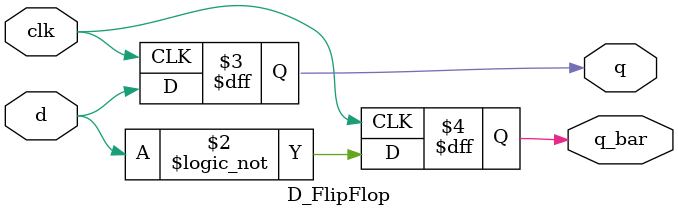
<source format=v>

module D_FlipFlop (d, clk, q, q_bar);
	input d, clk;
	output q, q_bar;
	wire d, clk;
	reg q, q_bar;
	
	always @ (posedge clk)
	begin 
		q <= d;
		q_bar <= !d;
	end
endmodule

</source>
